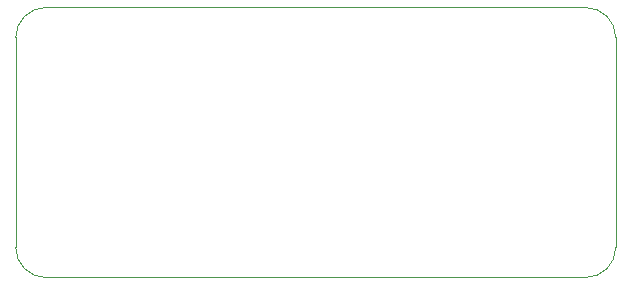
<source format=gm1>
G04 #@! TF.GenerationSoftware,KiCad,Pcbnew,5.1.5-52549c5~84~ubuntu18.04.1*
G04 #@! TF.CreationDate,2019-12-30T17:09:41-05:00*
G04 #@! TF.ProjectId,junebug,6a756e65-6275-4672-9e6b-696361645f70,rev?*
G04 #@! TF.SameCoordinates,Original*
G04 #@! TF.FileFunction,Profile,NP*
%FSLAX46Y46*%
G04 Gerber Fmt 4.6, Leading zero omitted, Abs format (unit mm)*
G04 Created by KiCad (PCBNEW 5.1.5-52549c5~84~ubuntu18.04.1) date 2019-12-30 17:09:41*
%MOMM*%
%LPD*%
G04 APERTURE LIST*
%ADD10C,0.120000*%
G04 APERTURE END LIST*
D10*
X126800000Y-96320000D02*
G75*
G02X124260000Y-98860000I-2540000J0D01*
G01*
X124260000Y-76000000D02*
G75*
G02X126800000Y-78540000I0J-2540000D01*
G01*
X78540000Y-98860000D02*
G75*
G02X76000000Y-96320000I0J2540000D01*
G01*
X76000000Y-78540000D02*
G75*
G02X78540000Y-76000000I2540000J0D01*
G01*
X126800000Y-78540000D02*
X126800000Y-96320000D01*
X78540000Y-98860000D02*
X124260000Y-98860000D01*
X78540000Y-76000000D02*
X124260000Y-76000000D01*
X76000000Y-78540000D02*
X76000000Y-96320000D01*
M02*

</source>
